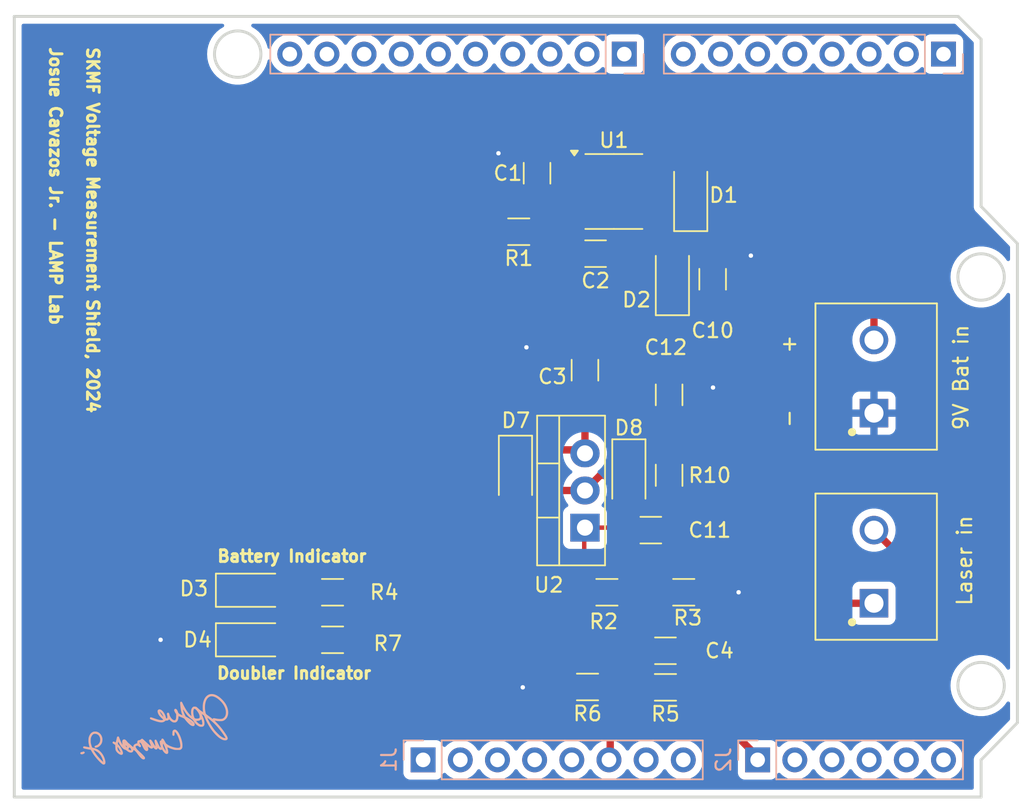
<source format=kicad_pcb>
(kicad_pcb (version 20240108) (generator "pcbnew") (generator_version "8.0")
  (title_block (title "Voltage Measurement Shield") (date "2024-05-03") (rev "IV") (company "LAMP Lab") (comment 1 "Josue Cavazos Jr."))
  (layers (0 "F.Cu" signal) (31 "B.Cu" signal) (34 "B.Paste" user) (35 "F.Paste" user) (36 "B.SilkS" user "B.Silkscreen") (37 "F.SilkS" user "F.Silkscreen") (38 "B.Mask" user) (39 "F.Mask" user) (44 "Edge.Cuts" user))
  (net 0 "")
  (net 31 "/N1")
  (net 32 "GND")
  (net 33 "/N2")
  (net 34 "Net-(D1-K)")
  (net 35 "VBUS")
  (net 36 "Net-(D8-A)")
  (net 37 "+10V")
  (net 38 "+BATT")
  (net 39 "Net-(R2-Pad2)")
  (net 42 "/A0")
  (net 43 "/AGND")
  (net 44 "Net-(D3-A)")
  (net 45 "Net-(D4-A)")
  (footprint "1x2 STB:PHOENIX_1935161" (layer "F.Cu") (at 172.724999 96.749999 90)
    (property "Reference" "J6" (hide yes))
    (property "Value" "Screw_Terminal_01x02" (hide yes))
    (pad "1" thru_hole rect (at -2.5 0 90) (size 1.95 1.95) (drill 1.3) (layers "*.Cu" "*.Mask") (net 32 "GND"))
    (pad "2" thru_hole circle (at 2.5 0 90) (size 1.95 1.95) (drill 1.3) (layers "*.Cu" "*.Mask") (net 38 "+BATT"))
  )
  (footprint "Resistor_SMD:R_1206_3216Metric_Pad1.30x1.75mm_HandSolder" (layer "F.Cu") (at 158.724999 103.5 -90)
    (property "Reference" "R10" (at 0 -2.775001 180) (layer "F.SilkS"))
    (property "Value" "240")
    (pad "1" smd roundrect (at -1.550001 0 270) (size 1.3 1.75) (layers "F.Cu" "F.Paste" "F.Mask") (roundrect_rratio 0.192308) (net 37 "+10V"))
    (pad "2" smd roundrect (at 1.550001 0 270) (size 1.3 1.75) (layers "F.Cu" "F.Paste" "F.Mask") (roundrect_rratio 0.192308) (net 36 "Net-(D8-A)"))
  )
  (footprint "Diode_SMD:D_1206_3216Metric_Pad1.42x1.75mm_HandSolder" (layer "F.Cu") (at 160.199999 84.345 90)
    (property "Reference" "D1" (at 0 2.25 0) (layer "F.SilkS"))
    (property "Value" "D")
    (pad "1" smd roundrect (at -1.4875 0 90) (size 1.425 1.75) (layers "F.Cu" "F.Paste" "F.Mask") (roundrect_rratio 0.175439) (net 34 "Net-(D1-K)"))
    (pad "2" smd roundrect (at 1.4875 0 90) (size 1.425 1.75) (layers "F.Cu" "F.Paste" "F.Mask") (roundrect_rratio 0.175439) (net 38 "+BATT"))
  )
  (footprint "Capacitor_SMD:C_1206_3216Metric_Pad1.33x1.80mm_HandSolder" (layer "F.Cu") (at 161.699999 90.095001 -90)
    (property "Reference" "C10" (at 3.5 0 180) (layer "F.SilkS"))
    (property "Value" "22u")
    (pad "1" smd roundrect (at -1.5625 0 270) (size 1.325 1.8) (layers "F.Cu" "F.Paste" "F.Mask") (roundrect_rratio 0.188679) (net 32 "GND"))
    (pad "2" smd roundrect (at 1.5625 0 270) (size 1.325 1.8) (layers "F.Cu" "F.Paste" "F.Mask") (roundrect_rratio 0.188679) (net 35 "VBUS"))
  )
  (footprint "Resistor_SMD:R_1206_3216Metric_Pad1.30x1.75mm_HandSolder" (layer "F.Cu") (at 159.724999 111.5)
    (property "Reference" "R3" (at 0.275001 1.75 180) (layer "F.SilkS"))
    (property "Value" "56")
    (pad "1" smd roundrect (at -1.550001 0) (size 1.3 1.75) (layers "F.Cu" "F.Paste" "F.Mask") (roundrect_rratio 0.192308) (net 39 "Net-(R2-Pad2)"))
    (pad "2" smd roundrect (at 1.550001 0) (size 1.3 1.75) (layers "F.Cu" "F.Paste" "F.Mask") (roundrect_rratio 0.192308) (net 32 "GND"))
  )
  (footprint "Package_SO:SOIC-8_3.9x4.9mm_P1.27mm" (layer "F.Cu") (at 154.949999 84.095)
    (property "Reference" "U1" (at 0 -3.5 0) (layer "F.SilkS"))
    (property "Value" "NE555D")
    (pad "1" smd roundrect (at -2.475 -1.905) (size 1.95 0.6) (layers "F.Cu" "F.Paste" "F.Mask") (net 32 "GND"))
    (pad "2" smd roundrect (at -2.475 -0.635) (size 1.95 0.6) (layers "F.Cu" "F.Paste" "F.Mask") (net 31 "/N1"))
    (pad "3" smd roundrect (at -2.475 0.635) (size 1.95 0.6) (layers "F.Cu" "F.Paste" "F.Mask") (net 33 "/N2"))
    (pad "4" smd roundrect (at -2.475 1.905) (size 1.95 0.6) (layers "F.Cu" "F.Paste" "F.Mask") (net 38 "+BATT"))
    (pad "5" smd roundrect (at 2.475 1.905) (size 1.95 0.6) (layers "F.Cu" "F.Paste" "F.Mask"))
    (pad "6" smd roundrect (at 2.475 0.635) (size 1.95 0.6) (layers "F.Cu" "F.Paste" "F.Mask") (net 31 "/N1"))
    (pad "7" smd roundrect (at 2.475 -0.635) (size 1.95 0.6) (layers "F.Cu" "F.Paste" "F.Mask"))
    (pad "8" smd roundrect (at 2.475 -1.905) (size 1.95 0.6) (layers "F.Cu" "F.Paste" "F.Mask") (net 38 "+BATT"))
  )
  (footprint "LED_SMD:LED_1206_3216Metric_Pad1.42x1.75mm_HandSolder" (layer "F.Cu") (at 130.212499 114.75)
    (property "Reference" "D4" (at -3.712499 0 0) (layer "F.SilkS"))
    (property "Value" "GREEN")
    (pad "1" smd roundrect (at -1.4875 0) (size 1.425 1.75) (layers "F.Cu" "F.Paste" "F.Mask") (roundrect_rratio 0.175439) (net 32 "GND"))
    (pad "2" smd roundrect (at 1.4875 0) (size 1.425 1.75) (layers "F.Cu" "F.Paste" "F.Mask") (roundrect_rratio 0.175439) (net 45 "Net-(D4-A)"))
  )
  (footprint "Capacitor_SMD:C_1206_3216Metric_Pad1.33x1.80mm_HandSolder" (layer "F.Cu") (at 152.974999 96.3125 90)
    (property "Reference" "C3" (at -0.4375 -2.224999 0) (layer "F.SilkS"))
    (property "Value" "0u1")
    (pad "1" smd roundrect (at -1.5625 0 90) (size 1.325 1.8) (layers "F.Cu" "F.Paste" "F.Mask") (roundrect_rratio 0.188679) (net 35 "VBUS"))
    (pad "2" smd roundrect (at 1.5625 0 90) (size 1.325 1.8) (layers "F.Cu" "F.Paste" "F.Mask") (roundrect_rratio 0.188679) (net 32 "GND"))
  )
  (footprint "Resistor_SMD:R_1206_3216Metric_Pad1.30x1.75mm_HandSolder" (layer "F.Cu") (at 154.475 111.5)
    (property "Reference" "R2" (at -0.225 2 180) (layer "F.SilkS"))
    (property "Value" "2k2")
    (pad "1" smd roundrect (at -1.550001 0) (size 1.3 1.75) (layers "F.Cu" "F.Paste" "F.Mask") (roundrect_rratio 0.192308) (net 36 "Net-(D8-A)"))
    (pad "2" smd roundrect (at 1.550001 0) (size 1.3 1.75) (layers "F.Cu" "F.Paste" "F.Mask") (roundrect_rratio 0.192308) (net 39 "Net-(R2-Pad2)"))
  )
  (footprint "Diode_SMD:D_1206_3216Metric_Pad1.42x1.75mm_HandSolder" (layer "F.Cu") (at 155.974999 103.499999 -90)
    (property "Reference" "D8" (at -3.249999 0 180) (layer "F.SilkS"))
    (property "Value" "D")
    (pad "1" smd roundrect (at -1.4875 0 270) (size 1.425 1.75) (layers "F.Cu" "F.Paste" "F.Mask") (roundrect_rratio 0.175439) (net 37 "+10V"))
    (pad "2" smd roundrect (at 1.4875 0 270) (size 1.425 1.75) (layers "F.Cu" "F.Paste" "F.Mask") (roundrect_rratio 0.175439) (net 36 "Net-(D8-A)"))
  )
  (footprint "Capacitor_SMD:C_1206_3216Metric_Pad1.33x1.80mm_HandSolder" (layer "F.Cu") (at 157.474999 107.25)
    (property "Reference" "C11" (at 4.025001 0 180) (layer "F.SilkS"))
    (property "Value" "10u")
    (pad "1" smd roundrect (at -1.5625 0) (size 1.325 1.8) (layers "F.Cu" "F.Paste" "F.Mask") (roundrect_rratio 0.188679) (net 36 "Net-(D8-A)"))
    (pad "2" smd roundrect (at 1.5625 0) (size 1.325 1.8) (layers "F.Cu" "F.Paste" "F.Mask") (roundrect_rratio 0.188679) (net 32 "GND"))
  )
  (footprint "1x2 STB:PHOENIX_1935161" (layer "F.Cu") (at 172.724999 109.75 90)
    (property "Reference" "J5" (hide yes))
    (property "Value" "Screw_Terminal_01x02" (hide yes))
    (pad "1" thru_hole rect (at -2.5 0 90) (size 1.95 1.95) (drill 1.3) (layers "*.Cu" "*.Mask") (net 37 "+10V"))
    (pad "2" thru_hole circle (at 2.5 0 90) (size 1.95 1.95) (drill 1.3) (layers "*.Cu" "*.Mask") (net 42 "/A0"))
  )
  (footprint "Package_TO_SOT_THT:TO-220-3_Vertical" (layer "F.Cu") (at 152.974997 107.08 90)
    (property "Reference" "U2" (at -3.92 -2.474997 0) (layer "F.SilkS"))
    (property "Value" "LM317_TO-220")
    (pad "1" thru_hole rect (at 0 0 90) (size 1.905 2) (drill 1.1) (layers "*.Cu" "*.Mask") (net 36 "Net-(D8-A)"))
    (pad "2" thru_hole oval (at 2.54 0 90) (size 1.905 2) (drill 1.1) (layers "*.Cu" "*.Mask") (net 37 "+10V"))
    (pad "3" thru_hole oval (at 5.079999 0 90) (size 1.905 2) (drill 1.1) (layers "*.Cu" "*.Mask") (net 35 "VBUS"))
  )
  (footprint "Diode_SMD:D_1206_3216Metric_Pad1.42x1.75mm_HandSolder" (layer "F.Cu") (at 158.95 90.094999 90)
    (property "Reference" "D2" (at -1.405001 -2.45 0) (layer "F.SilkS"))
    (property "Value" "D")
    (pad "1" smd roundrect (at -1.4875 0 90) (size 1.425 1.75) (layers "F.Cu" "F.Paste" "F.Mask") (roundrect_rratio 0.175439) (net 35 "VBUS"))
    (pad "2" smd roundrect (at 1.4875 0 90) (size 1.425 1.75) (layers "F.Cu" "F.Paste" "F.Mask") (roundrect_rratio 0.175439) (net 34 "Net-(D1-K)"))
  )
  (footprint "Capacitor_SMD:C_1206_3216Metric_Pad1.33x1.80mm_HandSolder" (layer "F.Cu") (at 158.474998 115.5 180)
    (property "Reference" "C4" (at -3.6875 0 180) (layer "F.SilkS"))
    (property "Value" "100n")
    (pad "1" smd roundrect (at -1.5625 0 180) (size 1.325 1.8) (layers "F.Cu" "F.Paste" "F.Mask") (roundrect_rratio 0.188679) (net 42 "/A0"))
    (pad "2" smd roundrect (at 1.5625 0 180) (size 1.325 1.8) (layers "F.Cu" "F.Paste" "F.Mask") (roundrect_rratio 0.188679) (net 43 "/AGND"))
  )
  (footprint "Capacitor_SMD:C_1206_3216Metric_Pad1.33x1.80mm_HandSolder" (layer "F.Cu") (at 153.699999 88.345 180)
    (property "Reference" "C2" (at 0 -1.850001 180) (layer "F.SilkS"))
    (property "Value" "22u")
    (pad "1" smd roundrect (at -1.5625 0 180) (size 1.325 1.8) (layers "F.Cu" "F.Paste" "F.Mask") (roundrect_rratio 0.188679) (net 34 "Net-(D1-K)"))
    (pad "2" smd roundrect (at 1.5625 0 180) (size 1.325 1.8) (layers "F.Cu" "F.Paste" "F.Mask") (roundrect_rratio 0.188679) (net 33 "/N2"))
  )
  (footprint "Capacitor_SMD:C_1206_3216Metric_Pad1.33x1.80mm_HandSolder" (layer "F.Cu") (at 149.699999 82.845 90)
    (property "Reference" "C1" (at 0 -2.000001 0) (layer "F.SilkS"))
    (property "Value" "1n")
    (pad "1" smd roundrect (at -1.5625 0 90) (size 1.325 1.8) (layers "F.Cu" "F.Paste" "F.Mask") (roundrect_rratio 0.188679) (net 31 "/N1"))
    (pad "2" smd roundrect (at 1.5625 0 90) (size 1.325 1.8) (layers "F.Cu" "F.Paste" "F.Mask") (roundrect_rratio 0.188679) (net 32 "GND"))
  )
  (footprint "Resistor_SMD:R_1206_3216Metric_Pad1.30x1.75mm_HandSolder" (layer "F.Cu") (at 135.724999 111.5 180)
    (property "Reference" "R4" (at -3.525001 0 180) (layer "F.SilkS"))
    (property "Value" "470")
    (pad "1" smd roundrect (at -1.550001 0 180) (size 1.3 1.75) (layers "F.Cu" "F.Paste" "F.Mask") (roundrect_rratio 0.192308) (net 38 "+BATT"))
    (pad "2" smd roundrect (at 1.550001 0 180) (size 1.3 1.75) (layers "F.Cu" "F.Paste" "F.Mask") (roundrect_rratio 0.192308) (net 44 "Net-(D3-A)"))
  )
  (footprint "Resistor_SMD:R_1206_3216Metric_Pad1.30x1.75mm_HandSolder" (layer "F.Cu") (at 135.724999 114.75 180)
    (property "Reference" "R7" (at -3.775001 -0.25 180) (layer "F.SilkS"))
    (property "Value" "470")
    (pad "1" smd roundrect (at -1.550001 0 180) (size 1.3 1.75) (layers "F.Cu" "F.Paste" "F.Mask") (roundrect_rratio 0.192308) (net 37 "+10V"))
    (pad "2" smd roundrect (at 1.550001 0 180) (size 1.3 1.75) (layers "F.Cu" "F.Paste" "F.Mask") (roundrect_rratio 0.192308) (net 45 "Net-(D4-A)"))
  )
  (footprint "Diode_SMD:D_1206_3216Metric_Pad1.42x1.75mm_HandSolder" (layer "F.Cu") (at 148.224999 103.25 -90)
    (property "Reference" "D7" (at -3.5 -0.025001 180) (layer "F.SilkS"))
    (property "Value" "D")
    (pad "1" smd roundrect (at -1.4875 0 270) (size 1.425 1.75) (layers "F.Cu" "F.Paste" "F.Mask") (roundrect_rratio 0.175439) (net 35 "VBUS"))
    (pad "2" smd roundrect (at 1.4875 0 270) (size 1.425 1.75) (layers "F.Cu" "F.Paste" "F.Mask") (roundrect_rratio 0.175439) (net 37 "+10V"))
  )
  (footprint "Resistor_SMD:R_1206_3216Metric_Pad1.30x1.75mm_HandSolder" (layer "F.Cu") (at 153.149997 117.975001 180)
    (property "Reference" "R6" (at 0 -1.82 180) (layer "F.SilkS"))
    (property "Value" "9M1")
    (pad "1" smd roundrect (at -1.550001 0 180) (size 1.3 1.75) (layers "F.Cu" "F.Paste" "F.Mask") (roundrect_rratio 0.192308) (net 43 "/AGND"))
    (pad "2" smd roundrect (at 1.550001 0 180) (size 1.3 1.75) (layers "F.Cu" "F.Paste" "F.Mask") (roundrect_rratio 0.192308) (net 32 "GND"))
  )
  (footprint "Resistor_SMD:R_1206_3216Metric_Pad1.30x1.75mm_HandSolder" (layer "F.Cu") (at 158.474998 118 180)
    (property "Reference" "R5" (at 0 -1.82 180) (layer "F.SilkS"))
    (property "Value" "1M")
    (pad "1" smd roundrect (at -1.550001 0 180) (size 1.3 1.75) (layers "F.Cu" "F.Paste" "F.Mask") (roundrect_rratio 0.192308) (net 42 "/A0"))
    (pad "2" smd roundrect (at 1.550001 0 180) (size 1.3 1.75) (layers "F.Cu" "F.Paste" "F.Mask") (roundrect_rratio 0.192308) (net 43 "/AGND"))
  )
  (footprint "Capacitor_SMD:C_1206_3216Metric_Pad1.33x1.80mm_HandSolder" (layer "F.Cu") (at 158.724999 98 90)
    (property "Reference" "C12" (at 3.25 -0.224999 0) (layer "F.SilkS"))
    (property "Value" "1u")
    (pad "1" smd roundrect (at -1.5625 0 90) (size 1.325 1.8) (layers "F.Cu" "F.Paste" "F.Mask") (roundrect_rratio 0.188679) (net 37 "+10V"))
    (pad "2" smd roundrect (at 1.5625 0 90) (size 1.325 1.8) (layers "F.Cu" "F.Paste" "F.Mask") (roundrect_rratio 0.188679) (net 32 "GND"))
  )
  (footprint "LED_SMD:LED_1206_3216Metric_Pad1.42x1.75mm_HandSolder" (layer "F.Cu") (at 130.212499 111.36)
    (property "Reference" "D3" (at -3.962499 -0.11 0) (layer "F.SilkS"))
    (property "Value" "YELLOW")
    (pad "1" smd roundrect (at -1.4875 0) (size 1.425 1.75) (layers "F.Cu" "F.Paste" "F.Mask") (roundrect_rratio 0.175439) (net 32 "GND"))
    (pad "2" smd roundrect (at 1.4875 0) (size 1.425 1.75) (layers "F.Cu" "F.Paste" "F.Mask") (roundrect_rratio 0.175439) (net 44 "Net-(D3-A)"))
  )
  (footprint "Resistor_SMD:R_1206_3216Metric_Pad1.30x1.75mm_HandSolder" (layer "F.Cu") (at 148.45 86.845 180)
    (property "Reference" "R1" (at 0 -1.82 180) (layer "F.SilkS"))
    (property "Value" "33k")
    (pad "1" smd roundrect (at -1.550001 0 180) (size 1.3 1.75) (layers "F.Cu" "F.Paste" "F.Mask") (roundrect_rratio 0.192308) (net 33 "/N2"))
    (pad "2" smd roundrect (at 1.550001 0 180) (size 1.3 1.75) (layers "F.Cu" "F.Paste" "F.Mask") (roundrect_rratio 0.192308) (net 31 "/N1"))
  )
  (footprint "Connector_PinHeader_2.54mm:PinHeader_1x10_P2.54mm_Vertical" (layer "B.Cu") (at 155.660999 74.7 90)
    (property "Reference" "J3" (hide yes))
    (property "Value" "Conn_01x10" (hide yes))
    (pad "1" thru_hole rect (at 0 0 90) (size 1.7 1.7) (drill 1) (layers "*.Cu" "*.Mask"))
    (pad "2" thru_hole oval (at 0 -2.54 90) (size 1.7 1.7) (drill 1) (layers "*.Cu" "*.Mask"))
    (pad "3" thru_hole oval (at 0 -5.08 90) (size 1.7 1.7) (drill 1) (layers "*.Cu" "*.Mask"))
    (pad "4" thru_hole oval (at 0 -7.62 90) (size 1.7 1.7) (drill 1) (layers "*.Cu" "*.Mask"))
    (pad "5" thru_hole oval (at 0 -10.16 90) (size 1.7 1.7) (drill 1) (layers "*.Cu" "*.Mask"))
    (pad "6" thru_hole oval (at 0 -12.7 90) (size 1.7 1.7) (drill 1) (layers "*.Cu" "*.Mask"))
    (pad "7" thru_hole oval (at 0 -15.24 90) (size 1.7 1.7) (drill 1) (layers "*.Cu" "*.Mask"))
    (pad "8" thru_hole oval (at 0 -17.78 90) (size 1.7 1.7) (drill 1) (layers "*.Cu" "*.Mask"))
    (pad "9" thru_hole oval (at 0 -20.32 90) (size 1.7 1.7) (drill 1) (layers "*.Cu" "*.Mask"))
    (pad "10" thru_hole oval (at 0 -22.86 90) (size 1.7 1.7) (drill 1) (layers "*.Cu" "*.Mask"))
  )
  (footprint "Connector_PinHeader_2.54mm:PinHeader_1x08_P2.54mm_Vertical" (layer "B.Cu") (at 177.474999 74.7 90)
    (property "Reference" "J4" (hide yes))
    (property "Value" "Conn_01x08" (hide yes))
    (pad "1" thru_hole rect (at 0 0 90) (size 1.7 1.7) (drill 1) (layers "*.Cu" "*.Mask"))
    (pad "2" thru_hole oval (at 0 -2.54 90) (size 1.7 1.7) (drill 1) (layers "*.Cu" "*.Mask"))
    (pad "3" thru_hole oval (at 0 -5.08 90) (size 1.7 1.7) (drill 1) (layers "*.Cu" "*.Mask"))
    (pad "4" thru_hole oval (at 0 -7.62 90) (size 1.7 1.7) (drill 1) (layers "*.Cu" "*.Mask"))
    (pad "5" thru_hole oval (at 0 -10.16 90) (size 1.7 1.7) (drill 1) (layers "*.Cu" "*.Mask"))
    (pad "6" thru_hole oval (at 0 -12.7 90) (size 1.7 1.7) (drill 1) (layers "*.Cu" "*.Mask"))
    (pad "7" thru_hole oval (at 0 -15.24 90) (size 1.7 1.7) (drill 1) (layers "*.Cu" "*.Mask"))
    (pad "8" thru_hole oval (at 0 -17.78 90) (size 1.7 1.7) (drill 1) (layers "*.Cu" "*.Mask"))
  )
  (footprint "Connector_PinHeader_2.54mm:PinHeader_1x06_P2.54mm_Vertical" (layer "B.Cu") (at 164.774999 122.96 -90)
    (property "Reference" "J2" (at 0 2.33 90) (layer "B.SilkS") (effects (justify mirror)))
    (property "Value" "Conn_01x06" (hide yes))
    (pad "1" thru_hole rect (at 0 0 270) (size 1.7 1.7) (drill 1) (layers "*.Cu" "*.Mask") (net 42 "/A0"))
    (pad "2" thru_hole oval (at 0 -2.54 270) (size 1.7 1.7) (drill 1) (layers "*.Cu" "*.Mask"))
    (pad "3" thru_hole oval (at 0 -5.08 270) (size 1.7 1.7) (drill 1) (layers "*.Cu" "*.Mask"))
    (pad "4" thru_hole oval (at 0 -7.62 270) (size 1.7 1.7) (drill 1) (layers "*.Cu" "*.Mask"))
    (pad "5" thru_hole oval (at 0 -10.16 270) (size 1.7 1.7) (drill 1) (layers "*.Cu" "*.Mask"))
    (pad "6" thru_hole oval (at 0 -12.7 270) (size 1.7 1.7) (drill 1) (layers "*.Cu" "*.Mask"))
  )
  (footprint "LOGO" (layer "B.Cu") (at 123.25 121 180)
    (property "Reference" "G***" (hide yes))
    (property "Value" "LOGO" (hide yes))
  )
  (footprint "Connector_PinHeader_2.54mm:PinHeader_1x08_P2.54mm_Vertical" (layer "B.Cu") (at 141.914999 122.96 -90)
    (property "Reference" "J1" (at 0 2.33 90) (layer "B.SilkS") (effects (justify mirror)))
    (property "Value" "Conn_01x08" (hide yes))
    (pad "1" thru_hole rect (at 0 0 270) (size 1.7 1.7) (drill 1) (layers "*.Cu" "*.Mask"))
    (pad "2" thru_hole oval (at 0 -2.54 270) (size 1.7 1.7) (drill 1) (layers "*.Cu" "*.Mask"))
    (pad "3" thru_hole oval (at 0 -5.08 270) (size 1.7 1.7) (drill 1) (layers "*.Cu" "*.Mask"))
    (pad "4" thru_hole oval (at 0 -7.62 270) (size 1.7 1.7) (drill 1) (layers "*.Cu" "*.Mask"))
    (pad "5" thru_hole oval (at 0 -10.16 270) (size 1.7 1.7) (drill 1) (layers "*.Cu" "*.Mask"))
    (pad "6" thru_hole oval (at 0 -12.7 270) (size 1.7 1.7) (drill 1) (layers "*.Cu" "*.Mask") (net 43 "/AGND"))
    (pad "7" thru_hole oval (at 0 -15.24 270) (size 1.7 1.7) (drill 1) (layers "*.Cu" "*.Mask"))
    (pad "8" thru_hole oval (at 0 -17.78 270) (size 1.7 1.7) (drill 1) (layers "*.Cu" "*.Mask"))
  )
  (gr_line (start 113.974999 72.122) (end 113.974999 125.5) (stroke (width 0.2)) (layer "Edge.Cuts"))
  (gr_line (start 113.974999 125.5) (end 180.044999 125.5) (stroke (width 0.2)) (layer "Edge.Cuts"))
  (gr_circle (center 129.244999 74.7) (end 130.832499 74.7) (stroke (width 0.2)) (fill none) (layer "Edge.Cuts"))
  (gr_circle (center 180.044999 89.941) (end 181.632499 89.941) (stroke (width 0.2)) (fill none) (layer "Edge.Cuts"))
  (gr_line (start 180.044999 73.687) (end 180.044999 85.115) (stroke (width 0.2)) (layer "Edge.Cuts"))
  (gr_line (start 182.524999 87.655) (end 182.524999 120.42) (stroke (width 0.2)) (layer "Edge.Cuts"))
  (gr_line (start 113.974999 72.122) (end 178.479999 72.122) (stroke (width 0.2)) (layer "Edge.Cuts"))
  (gr_line (start 178.479999 72.122) (end 180.044999 73.687) (stroke (width 0.2)) (layer "Edge.Cuts"))
  (gr_line (start 180.044999 122.96) (end 180.044999 125.5) (stroke (width 0.2)) (layer "Edge.Cuts"))
  (gr_circle (center 180.044999 117.881) (end 181.632499 117.881) (stroke (width 0.2)) (fill none) (layer "Edge.Cuts"))
  (gr_line (start 180.044999 85.115) (end 182.524999 87.655) (stroke (width 0.2)) (layer "Edge.Cuts"))
  (gr_line (start 180.044999 122.96) (end 182.524999 120.42) (stroke (width 0.2)) (layer "Edge.Cuts"))
  (gr_text "9V Bat in" (at 179.25 100.5 90) (layer "F.SilkS") (effects (font (size 1 1)) (justify left bottom)))
  (gr_text "+" (at 167.474999 95.249998 90) (layer "F.SilkS") (effects (font (size 1 1)) (justify left bottom)))
  (gr_text "Doubler Indicator" (at 127.724999 117.5 0) (layer "F.SilkS") (effects (font (size 0.8 0.8) (thickness 0.2) (bold yes)) (justify left bottom)))
  (gr_text "Battery Indicator" (at 127.75 109.5 0) (layer "F.SilkS") (effects (font (size 0.8 0.8) (thickness 0.2) (bold yes)) (justify left bottom)))
  (gr_text "-" (at 167.474999 100.329999 90) (layer "F.SilkS") (effects (font (size 1 1)) (justify left bottom)))
  (gr_text "SKMF Voltage Measurement Shield, 2024" (at 118.870001 74.130002 270) (layer "F.SilkS") (effects (font (size 0.8 0.8) (thickness 0.2) (bold yes)) (justify left bottom)))
  (gr_text "Laser in" (at 179.5 112.5 90) (layer "F.SilkS") (effects (font (size 1 1)) (justify left bottom)))
  (gr_text "Josue Cavazos Jr. - LAMP Lab" (at 116.33 74.130002 -90) (layer "F.SilkS") (effects (font (size 0.8 0.8) (thickness 0.2) (bold yes)) (justify left bottom)))
  (segment (start 152.474999 83.46) (end 155.18 83.460001) (width 0.3) (layer "F.Cu") (net 31))
  (segment (start 148.1375 84.4075) (end 146.899998 85.645001) (width 0.3) (layer "F.Cu") (net 31))
  (segment (start 149.699999 84.4075) (end 150.647499 83.46) (width 0.3) (layer "F.Cu") (net 31))
  (segment (start 149.699999 84.4075) (end 148.1375 84.4075) (width 0.3) (layer "F.Cu") (net 31))
  (segment (start 156.450001 84.730001) (end 157.424999 84.73) (width 0.3) (layer "F.Cu") (net 31))
  (segment (start 155.18 83.460001) (end 156.450001 84.730001) (width 0.3) (layer "F.Cu") (net 31))
  (segment (start 150.647499 83.46) (end 152.474999 83.46) (width 0.3) (layer "F.Cu") (net 31))
  (segment (start 146.899998 85.645001) (end 146.899998 86.845) (width 0.3) (layer "F.Cu") (net 31))
  (segment (start 161.699999 88.532501) (end 164.259999 88.532501) (width 0.5) (layer "F.Cu") (net 32))
  (segment (start 152.974999 94.75) (end 148.974999 94.75) (width 0.5) (layer "F.Cu") (net 32))
  (segment (start 161.274998 111.5) (end 161.275 109.4875) (width 0.5) (layer "F.Cu") (net 32))
  (segment (start 161.275 111.5) (end 163.474999 111.5) (width 0.5) (layer "F.Cu") (net 32))
  (segment (start 149.699999 81.282499) (end 147.260001 81.2825) (width 0.5) (layer "F.Cu") (net 32))
  (segment (start 152.474999 82.19) (end 150.607499 82.190001) (width 0.5) (layer "F.Cu") (net 32))
  (segment (start 150.387499 81.282501) (end 149.699999 81.282501) (width 0.3) (layer "F.Cu") (net 32))
  (segment (start 151.599996 117.975001) (end 148.749998 117.975001) (width 0.5) (layer "F.Cu") (net 32))
  (segment (start 164.259999 88.532501) (end 164.3125 88.48) (width 0.5) (layer "F.Cu") (net 32))
  (segment (start 128.724999 114.75) (end 123.974999 114.75) (width 0.5) (layer "F.Cu") (net 32))
  (segment (start 158.724999 96.4375) (end 160.662499 96.4375) (width 0.5) (layer "F.Cu") (net 32))
  (segment (start 150.607499 82.190001) (end 149.699999 81.282501) (width 0.5) (layer "F.Cu") (net 32))
  (segment (start 160.662499 96.4375) (end 161.724999 97.5) (width 0.5) (layer "F.Cu") (net 32))
  (segment (start 147.260001 81.2825) (end 147.062501 81.48) (width 0.5) (layer "F.Cu") (net 32))
  (segment (start 128.724999 111.36) (end 128.724999 114.75) (width 0.5) (layer "F.Cu") (net 32))
  (segment (start 148.749998 117.975001) (end 148.724999 118) (width 0.5) (layer "F.Cu") (net 32))
  (segment (start 161.275 109.4875) (end 159.037498 107.249999) (width 0.5) (layer "F.Cu") (net 32))
  (via (at 164.3125 88.48) (size 0.6) (drill 0.3) (layers "F.Cu" "B.Cu") (net 32))
  (via (at 123.974999 114.75) (size 0.6) (drill 0.3) (layers "F.Cu" "B.Cu") (net 32))
  (via (at 148.974999 94.75) (size 0.6) (drill 0.3) (layers "F.Cu" "B.Cu") (net 32))
  (via (at 147.062501 81.48) (size 0.6) (drill 0.3) (layers "F.Cu" "B.Cu") (net 32))
  (via (at 148.724999 118) (size 0.6) (drill 0.3) (layers "F.Cu" "B.Cu") (net 32))
  (via (at 163.474999 111.5) (size 0.6) (drill 0.3) (layers "F.Cu" "B.Cu") (net 32))
  (via (at 161.724999 97.5) (size 0.6) (drill 0.3) (layers "F.Cu" "B.Cu") (net 32))
  (segment (start 150.000001 86.23) (end 151.5 84.73) (width 0.3) (layer "F.Cu") (net 33))
  (segment (start 151.5 84.73) (end 152.474999 84.730001) (width 0.3) (layer "F.Cu") (net 33))
  (segment (start 151.5 88.345) (end 150.000001 86.845) (width 0.3) (layer "F.Cu") (net 33))
  (segment (start 150.000001 86.845) (end 150.000001 86.23) (width 0.3) (layer "F.Cu") (net 33))
  (segment (start 152.137499 88.345) (end 151.5 88.345) (width 0.3) (layer "F.Cu") (net 33))
  (segment (start 158.95 87.595) (end 158.949999 88.6075) (width 0.3) (layer "F.Cu") (net 34))
  (segment (start 160.2 85.8325) (end 160.2 86.345001) (width 0.3) (layer "F.Cu") (net 34))
  (segment (start 158.949999 88.6075) (end 155.524999 88.607501) (width 0.3) (layer "F.Cu") (net 34))
  (segment (start 155.524999 88.607501) (end 155.2625 88.345001) (width 0.3) (layer "F.Cu") (net 34))
  (segment (start 160.2 86.345001) (end 158.95 87.595) (width 0.3) (layer "F.Cu") (net 34))
  (segment (start 158.95 91.5825) (end 161.624999 91.5825) (width 0.5) (layer "F.Cu") (net 35))
  (segment (start 152.974999 102) (end 152.974999 97.875001) (width 0.5) (layer "F.Cu") (net 35))
  (segment (start 148.224999 101.7625) (end 152.737499 101.7625) (width 0.5) (layer "F.Cu") (net 35))
  (segment (start 152.974999 97.875) (end 152.974999 97.5) (width 0.5) (layer "F.Cu") (net 35))
  (segment (start 152.737499 101.7625) (end 152.974999 102) (width 0.5) (layer "F.Cu") (net 35))
  (segment (start 152.974999 97.5) (end 158.8925 91.582499) (width 0.5) (layer "F.Cu") (net 35))
  (segment (start 161.624999 91.5825) (end 161.699999 91.6575) (width 0.5) (layer "F.Cu") (net 35))
  (segment (start 158.8925 91.582499) (end 158.95 91.582499) (width 0.5) (layer "F.Cu") (net 35))
  (segment (start 155.742497 107.08) (end 155.912499 107.25) (width 0.3) (layer "F.Cu") (net 36))
  (segment (start 152.924996 111.5) (end 152.924996 107.130001) (width 0.3) (layer "F.Cu") (net 36))
  (segment (start 155.912499 105.05) (end 155.974999 104.9875) (width 0.3) (layer "F.Cu") (net 36))
  (segment (start 155.974999 104.9875) (end 158.662498 104.987501) (width 0.3) (layer "F.Cu") (net 36))
  (segment (start 155.912499 107.25) (end 155.912499 105.05) (width 0.3) (layer "F.Cu") (net 36))
  (segment (start 152.924996 107.130001) (end 152.974997 107.08) (width 0.3) (layer "F.Cu") (net 36))
  (segment (start 158.662498 104.987501) (end 158.724997 105.050001) (width 0.3) (layer "F.Cu") (net 36))
  (segment (start 152.974997 107.08) (end 155.742497 107.08) (width 0.3) (layer "F.Cu") (net 36))
  (segment (start 155.974999 102.0125) (end 158.662498 102.0125) (width 0.5) (layer "F.Cu") (net 37))
  (segment (start 148.224999 112.75) (end 148.224999 104.7375) (width 0.5) (layer "F.Cu") (net 37))
  (segment (start 158.724999 101.949999) (end 158.724999 99.5625) (width 0.5) (layer "F.Cu") (net 37))
  (segment (start 158.724999 102) (end 168.974999 112.25) (width 0.5) (layer "F.Cu") (net 37))
  (segment (start 154.014999 103.5) (end 155.224998 103.499999) (width 0.5) (layer "F.Cu") (net 37))
  (segment (start 146.224999 114.75) (end 148.224999 112.75) (width 0.5) (layer "F.Cu") (net 37))
  (segment (start 148.422499 104.539999) (end 148.224998 104.7375) (width 0.5) (layer "F.Cu") (net 37))
  (segment (start 168.974999 112.25) (end 172.724999 112.25) (width 0.5) (layer "F.Cu") (net 37))
  (segment (start 155.224998 103.499999) (end 155.974998 102.749999) (width 0.5) (layer "F.Cu") (net 37))
  (segment (start 152.974999 104.54) (end 154.014999 103.5) (width 0.5) (layer "F.Cu") (net 37))
  (segment (start 158.724999 101.949999) (end 158.724999 102) (width 0.5) (layer "F.Cu") (net 37))
  (segment (start 155.974998 102.749999) (end 155.974999 102.0125) (width 0.5) (layer "F.Cu") (net 37))
  (segment (start 137.275 114.75) (end 146.224999 114.75) (width 0.5) (layer "F.Cu") (net 37))
  (segment (start 152.974999 104.54) (end 148.422499 104.539999) (width 0.5) (layer "F.Cu") (net 37))
  (segment (start 158.662498 102.0125) (end 158.724999 101.949999) (width 0.5) (layer "F.Cu") (net 37))
  (segment (start 144.724999 108.75) (end 141.974999 111.5) (width 0.5) (layer "F.Cu") (net 38))
  (segment (start 152.474999 86) (end 153.224999 86.75) (width 0.5) (layer "F.Cu") (net 38))
  (segment (start 141.974999 111.5) (end 137.275 111.5) (width 0.5) (layer "F.Cu") (net 38))
  (segment (start 159.532499 82.190001) (end 160.2 82.8575) (width 0.5) (layer "F.Cu") (net 38))
  (segment (start 158.875 84.1825) (end 160.2 82.8575) (width 0.5) (layer "F.Cu") (net 38))
  (segment (start 167.832499 82.8575) (end 160.199999 82.8575) (width 0.5) (layer "F.Cu") (net 38))
  (segment (start 147.974999 78.25) (end 155.592499 78.25) (width 0.5) (layer "F.Cu") (net 38))
  (segment (start 172.724999 94.249999) (end 172.724999 87.75) (width 0.5) (layer "F.Cu") (net 38))
  (segment (start 158.545 86.75) (end 158.875 86.420001) (width 0.5) (layer "F.Cu") (net 38))
  (segment (start 172.724999 87.75) (end 167.832499 82.8575) (width 0.5) (layer "F.Cu") (net 38))
  (segment (start 158.875 86.420001) (end 158.875 84.1825) (width 0.5) (layer "F.Cu") (net 38))
  (segment (start 144.724999 108.75) (end 144.724999 81.5) (width 0.5) (layer "F.Cu") (net 38))
  (segment (start 153.224999 86.75) (end 158.545 86.75) (width 0.5) (layer "F.Cu") (net 38))
  (segment (start 157.424999 82.19) (end 159.532499 82.190001) (width 0.5) (layer "F.Cu") (net 38))
  (segment (start 144.724999 81.5) (end 147.974999 78.25) (width 0.5) (layer "F.Cu") (net 38))
  (segment (start 157.424999 82.19) (end 156.2725 82.19) (width 0.5) (layer "F.Cu") (net 38))
  (segment (start 155.592499 78.25) (end 160.199999 82.8575) (width 0.5) (layer "F.Cu") (net 38))
  (segment (start 158.174998 111.5) (end 156.025 111.5) (width 0.3) (layer "F.Cu") (net 39))
  (segment (start 160.037498 117.987501) (end 160.024999 118) (width 0.5) (layer "F.Cu") (net 42))
  (segment (start 173.5 118) (end 160.024999 118) (width 0.5) (layer "F.Cu") (net 42))
  (segment (start 172.724999 107.25) (end 175.75 110.275001) (width 0.5) (layer "F.Cu") (net 42))
  (segment (start 175.75 115.75) (end 173.5 118) (width 0.5) (layer "F.Cu") (net 42))
  (segment (start 160.024999 118) (end 160.024999 118.21) (width 0.3) (layer "F.Cu") (net 42))
  (segment (start 164.774999 122.96) (end 164.774999 122.75) (width 0.5) (layer "F.Cu") (net 42))
  (segment (start 175.75 110.275001) (end 175.75 115.75) (width 0.5) (layer "F.Cu") (net 42))
  (segment (start 164.774999 122.75) (end 160.024999 118) (width 0.5) (layer "F.Cu") (net 42))
  (segment (start 160.037498 115.5) (end 160.037498 117.987501) (width 0.5) (layer "F.Cu") (net 42))
  (segment (start 156.924997 115.512499) (end 156.912498 115.5) (width 0.5) (layer "F.Cu") (net 43))
  (segment (start 154.724999 118) (end 154.7 117.975001) (width 0.3) (layer "F.Cu") (net 43))
  (segment (start 154.699998 122.875001) (end 154.614999 122.96) (width 0.5) (layer "F.Cu") (net 43))
  (segment (start 156.924997 118) (end 156.924997 115.512499) (width 0.5) (layer "F.Cu") (net 43))
  (segment (start 154.724997 118) (end 154.699998 117.975001) (width 0.5) (layer "F.Cu") (net 43))
  (segment (start 156.924997 118) (end 154.724997 118) (width 0.5) (layer "F.Cu") (net 43))
  (segment (start 154.699998 117.975001) (end 154.699998 122.875001) (width 0.5) (layer "F.Cu") (net 43))
  (segment (start 134.174998 111.5) (end 131.839999 111.5) (width 0.5) (layer "F.Cu") (net 44))
  (segment (start 131.839999 111.5) (end 131.699999 111.36) (width 0.5) (layer "F.Cu") (net 44))
  (segment (start 134.174998 114.75) (end 131.699999 114.75) (width 0.5) (layer "F.Cu") (net 45))
  (zone (net 32) (net_name "GND") (layer "B.Cu") (connect_pads (clearance 0.5)) (min_thickness 0.25) (fill yes (thermal_gap 0.5) (thermal_bridge_width 0.5))
    (polygon (pts (xy 115 71) (xy 183 71) (xy 183 126) (xy 113 126) (xy 113 71)))
  )
)
</source>
